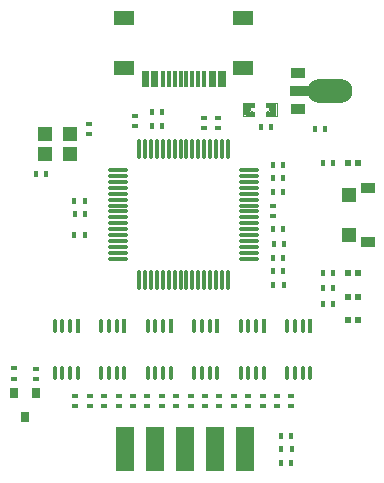
<source format=gtp>
G04*
G04 #@! TF.GenerationSoftware,Altium Limited,Altium Designer,24.4.1 (13)*
G04*
G04 Layer_Color=8421504*
%FSLAX44Y44*%
%MOMM*%
G71*
G04*
G04 #@! TF.SameCoordinates,5AD5FF80-1175-482D-978A-231780835DF3*
G04*
G04*
G04 #@! TF.FilePolarity,Positive*
G04*
G01*
G75*
%ADD16C,0.0762*%
%ADD18R,0.5842X1.0534*%
%ADD19O,3.8100X2.0320*%
%ADD20R,2.5400X0.8636*%
%ADD21R,1.2700X0.8640*%
%ADD22R,1.5240X3.8000*%
%ADD23O,1.8000X0.3000*%
%ADD24O,0.3000X1.8000*%
%ADD25R,0.4000X0.5000*%
%ADD26R,0.5000X0.4000*%
%ADD27R,0.5500X0.6000*%
%ADD28R,1.3000X1.1500*%
%ADD29R,1.2000X0.9000*%
%ADD30R,0.8000X0.9000*%
%ADD31R,0.3500X1.3000*%
%ADD32O,0.3500X1.3000*%
%ADD33R,1.3000X1.2000*%
%ADD34R,1.8000X1.2000*%
%ADD35R,0.3000X1.4500*%
D16*
X58170Y286340D02*
G03*
X58170Y282620I0J-1860D01*
G01*
X71370D02*
G03*
X71370Y286340I0J1860D01*
G01*
X56010D02*
X59566D01*
X56010Y282620D02*
X59566D01*
X52738Y286766D02*
X59566D01*
X52708Y282194D02*
X59566D01*
X52708Y281432D02*
X59566D01*
X52708Y280670D02*
X59566D01*
X52708Y279908D02*
X59566D01*
X52728Y287528D02*
X59566D01*
X52718Y288290D02*
X59566D01*
X52708Y289052D02*
X59566D01*
Y279280D02*
Y282620D01*
X50546Y279280D02*
X59566D01*
X50546D02*
Y289680D01*
X59566D01*
Y286340D02*
Y289680D01*
X58170Y286340D02*
X59566D01*
X58170Y282620D02*
X59566D01*
X69974Y286340D02*
X71370D01*
X69974Y282620D02*
X71370D01*
X69974Y279280D02*
Y282620D01*
Y279280D02*
X78994D01*
Y289680D01*
X69974D02*
X78994D01*
X69974Y286340D02*
Y289680D01*
Y279908D02*
X76832D01*
X69974Y280670D02*
X76822D01*
X69974Y281432D02*
X76812D01*
X69974Y289052D02*
X76832D01*
X69974Y288290D02*
X76832D01*
X69974Y287528D02*
X76832D01*
X69974Y286766D02*
X76832D01*
X69974Y282194D02*
X76802D01*
X69974Y286340D02*
X73530D01*
X69974Y282620D02*
X73530D01*
D18*
X53719Y284559D02*
D03*
X75817Y284425D02*
D03*
D19*
X124325Y299720D02*
D03*
D20*
X103005D02*
D03*
D21*
X96655Y284480D02*
D03*
Y314960D02*
D03*
D22*
X26670Y-3048D02*
D03*
X-49530D02*
D03*
X1270D02*
D03*
X-24130D02*
D03*
X52070D02*
D03*
D23*
X-55754Y233080D02*
D03*
Y228080D02*
D03*
Y223080D02*
D03*
Y218080D02*
D03*
Y213080D02*
D03*
Y208080D02*
D03*
Y203080D02*
D03*
Y198080D02*
D03*
Y193080D02*
D03*
Y188080D02*
D03*
Y183080D02*
D03*
Y178080D02*
D03*
Y173080D02*
D03*
Y168080D02*
D03*
Y163080D02*
D03*
Y158080D02*
D03*
X55500D02*
D03*
Y163080D02*
D03*
Y168080D02*
D03*
Y173080D02*
D03*
Y178080D02*
D03*
X55500Y183080D02*
D03*
Y188080D02*
D03*
Y193080D02*
D03*
X55500Y198080D02*
D03*
Y203080D02*
D03*
Y208080D02*
D03*
Y213080D02*
D03*
Y218080D02*
D03*
X55500Y223080D02*
D03*
Y228080D02*
D03*
X55500Y233080D02*
D03*
D24*
X-37500Y140080D02*
D03*
X-32500D02*
D03*
X-27500D02*
D03*
X-22500Y140080D02*
D03*
X-17500D02*
D03*
X-12500Y140080D02*
D03*
X-7500D02*
D03*
X-2500D02*
D03*
X2500D02*
D03*
X7500D02*
D03*
X12500D02*
D03*
X17500D02*
D03*
X22500D02*
D03*
X27500D02*
D03*
X32500D02*
D03*
X37500D02*
D03*
X37500Y251080D02*
D03*
X32500Y251080D02*
D03*
X27500D02*
D03*
X22500Y251080D02*
D03*
X17500D02*
D03*
X12500D02*
D03*
X7500D02*
D03*
X2500D02*
D03*
X-2500Y251080D02*
D03*
X-7500D02*
D03*
X-12500Y251080D02*
D03*
X-17500D02*
D03*
X-22500D02*
D03*
X-27500D02*
D03*
X-32500D02*
D03*
X-37500D02*
D03*
D25*
X-92383Y178309D02*
D03*
X-83384Y178308D02*
D03*
X-83629Y195581D02*
D03*
X-92129D02*
D03*
X-83380Y207009D02*
D03*
X-92379Y207010D02*
D03*
X-125259Y229871D02*
D03*
X-116260Y229870D02*
D03*
X84509Y237489D02*
D03*
X75510Y237490D02*
D03*
Y226060D02*
D03*
X84509Y226059D02*
D03*
X76009Y214629D02*
D03*
X84509D02*
D03*
X-26280Y270510D02*
D03*
X-17780D02*
D03*
X-26280Y281940D02*
D03*
X-17780D02*
D03*
X74350Y269240D02*
D03*
X65351Y269241D02*
D03*
X120070Y267970D02*
D03*
X111071Y267971D02*
D03*
X126419Y238759D02*
D03*
X117919D02*
D03*
X84509Y182879D02*
D03*
X76009D02*
D03*
X84763Y170687D02*
D03*
X76263D02*
D03*
X76009Y158749D02*
D03*
X84509D02*
D03*
X76009Y147319D02*
D03*
X84509D02*
D03*
X84763Y135635D02*
D03*
X75764Y135636D02*
D03*
X126937Y145797D02*
D03*
X118437D02*
D03*
X126927Y133603D02*
D03*
X118427D02*
D03*
X126927Y119887D02*
D03*
X118427D02*
D03*
X82805Y-14731D02*
D03*
X91305D02*
D03*
X82804Y-3048D02*
D03*
X91803Y-3049D02*
D03*
X91305Y8383D02*
D03*
X82805D02*
D03*
D26*
X76201Y194119D02*
D03*
Y202619D02*
D03*
X29211Y269049D02*
D03*
Y277549D02*
D03*
X17781Y269049D02*
D03*
Y277549D02*
D03*
X-40639Y279327D02*
D03*
X-40640Y270328D02*
D03*
X-30481Y33083D02*
D03*
Y41583D02*
D03*
X-18289Y33083D02*
D03*
Y41583D02*
D03*
X54863Y33083D02*
D03*
Y41583D02*
D03*
X67056D02*
D03*
Y33083D02*
D03*
X79247D02*
D03*
Y41583D02*
D03*
X91439Y33083D02*
D03*
Y41583D02*
D03*
X42671D02*
D03*
Y33083D02*
D03*
X30479D02*
D03*
Y41583D02*
D03*
X18287Y33083D02*
D03*
Y41583D02*
D03*
X6095Y33083D02*
D03*
Y41583D02*
D03*
X-6095D02*
D03*
Y33083D02*
D03*
X-42673D02*
D03*
Y41583D02*
D03*
X-54865D02*
D03*
Y33083D02*
D03*
X-67057D02*
D03*
Y41583D02*
D03*
X-79249D02*
D03*
Y33083D02*
D03*
X-91441Y41583D02*
D03*
Y33083D02*
D03*
X-143764Y56460D02*
D03*
X-143763Y65459D02*
D03*
X-124459Y64951D02*
D03*
Y56451D02*
D03*
X-80010Y263470D02*
D03*
X-80009Y272469D02*
D03*
D27*
X147760Y238760D02*
D03*
X139260D02*
D03*
X148014Y106172D02*
D03*
X139514D02*
D03*
Y125476D02*
D03*
X148014D02*
D03*
X139260Y145796D02*
D03*
X147760D02*
D03*
D28*
X140456Y178186D02*
D03*
Y211686D02*
D03*
D29*
X155956Y171936D02*
D03*
Y217936D02*
D03*
D30*
X-124612Y44036D02*
D03*
X-143612D02*
D03*
X-134112Y24036D02*
D03*
D31*
X107286Y101534D02*
D03*
X67916D02*
D03*
X28546D02*
D03*
X-10824D02*
D03*
X-50194D02*
D03*
X-89564D02*
D03*
D32*
X100786D02*
D03*
X94286D02*
D03*
X87786D02*
D03*
Y61534D02*
D03*
X94286D02*
D03*
X100786D02*
D03*
X107286D02*
D03*
X67916D02*
D03*
X61416D02*
D03*
X54916D02*
D03*
X48416D02*
D03*
Y101534D02*
D03*
X54916D02*
D03*
X61416D02*
D03*
X22046D02*
D03*
X15546D02*
D03*
X9046D02*
D03*
Y61534D02*
D03*
X15546D02*
D03*
X22046D02*
D03*
X28546D02*
D03*
X-10824D02*
D03*
X-17324D02*
D03*
X-23824D02*
D03*
X-30324D02*
D03*
Y101534D02*
D03*
X-23824D02*
D03*
X-17324D02*
D03*
X-56694D02*
D03*
X-63194D02*
D03*
X-69694D02*
D03*
Y61534D02*
D03*
X-63194D02*
D03*
X-56694D02*
D03*
X-50194D02*
D03*
X-96064Y101534D02*
D03*
X-102564D02*
D03*
X-109064D02*
D03*
Y61534D02*
D03*
X-102564D02*
D03*
X-96064D02*
D03*
X-89564D02*
D03*
D33*
X-117180Y246770D02*
D03*
X-96180D02*
D03*
Y263770D02*
D03*
X-117180D02*
D03*
D34*
X-50700Y361620D02*
D03*
X50700D02*
D03*
X-50700Y319820D02*
D03*
X50700D02*
D03*
D35*
X31000Y310670D02*
D03*
X23000Y310660D02*
D03*
X17500D02*
D03*
X7500D02*
D03*
X-7500D02*
D03*
X-17500D02*
D03*
X-23000D02*
D03*
X-30750D02*
D03*
X-33750D02*
D03*
X-26000Y310670D02*
D03*
X-12500Y310660D02*
D03*
X-2500D02*
D03*
X2500D02*
D03*
X12500D02*
D03*
X26000D02*
D03*
X34000D02*
D03*
M02*

</source>
